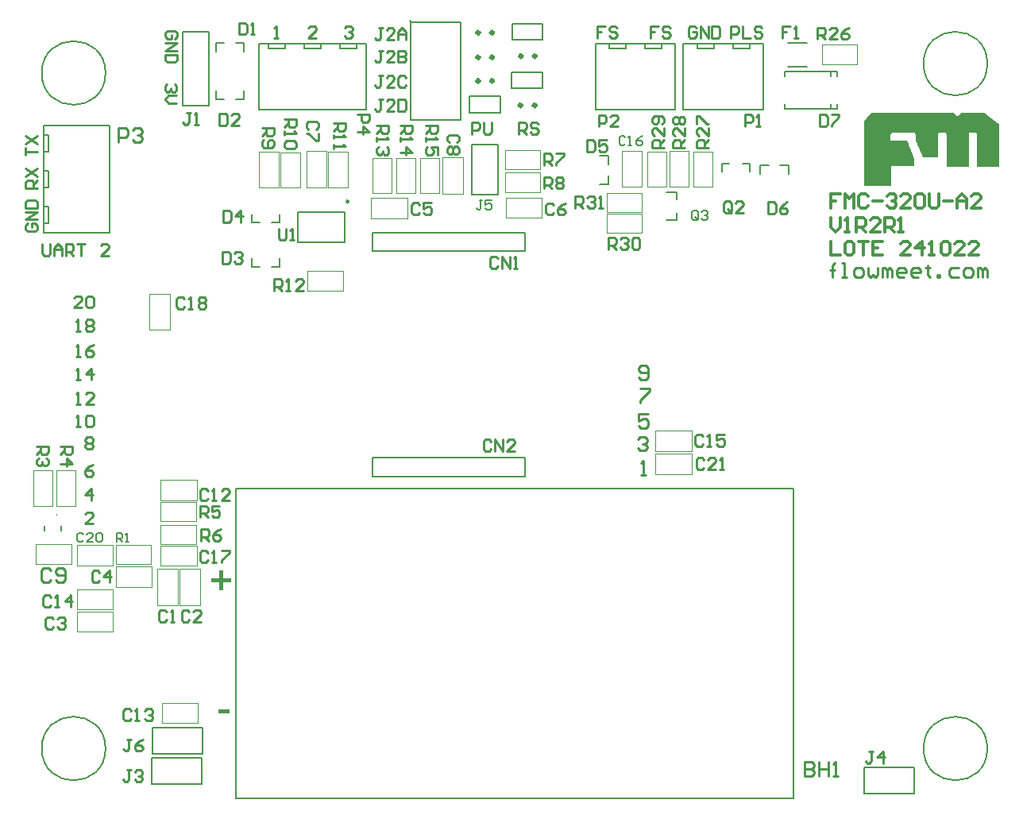
<source format=gto>
G04*
G04 #@! TF.GenerationSoftware,Altium Limited,Altium Designer,21.4.1 (30)*
G04*
G04 Layer_Color=65535*
%FSLAX44Y44*%
%MOMM*%
G71*
G04*
G04 #@! TF.SameCoordinates,C757E9F2-7087-4A76-99C7-233D7C25EA9E*
G04*
G04*
G04 #@! TF.FilePolarity,Positive*
G04*
G01*
G75*
%ADD10C,0.2000*%
%ADD11C,0.1000*%
%ADD12C,0.2500*%
%ADD13C,0.4000*%
%ADD14C,0.0500*%
%ADD15C,0.1500*%
%ADD16C,0.1524*%
%ADD17C,0.1270*%
%ADD18C,0.3000*%
%ADD19C,0.2540*%
G36*
X1031412Y736997D02*
X1031774D01*
Y736635D01*
X1032135D01*
Y736273D01*
X1032497D01*
Y735912D01*
X1033220D01*
Y735550D01*
X1033581D01*
Y735189D01*
X1033943D01*
Y734827D01*
X1034305D01*
Y734466D01*
X1035028D01*
Y734104D01*
X1035389D01*
Y733743D01*
X1035751D01*
Y733381D01*
X1036112D01*
Y733020D01*
X1036835D01*
Y732658D01*
X1037197D01*
Y732297D01*
X1037559D01*
Y731935D01*
X1037920D01*
Y731573D01*
X1038643D01*
Y731212D01*
X1039005D01*
Y730850D01*
X1039366D01*
Y730489D01*
X1040089D01*
Y730127D01*
X1040451D01*
Y729766D01*
X1040813D01*
Y729404D01*
X1041174D01*
Y729043D01*
X1041897D01*
Y728681D01*
X1042259D01*
Y728319D01*
X1042620D01*
Y727958D01*
X1042982D01*
Y727596D01*
X1043705D01*
Y727235D01*
X1044066D01*
Y726873D01*
X1044428D01*
Y726512D01*
X1044790D01*
Y726150D01*
X1045513D01*
Y725789D01*
X1045874D01*
Y725427D01*
X1046236D01*
Y725066D01*
X1046597D01*
Y680234D01*
X1023097D01*
Y714942D01*
X1022735D01*
Y715665D01*
X1022374D01*
Y716027D01*
X1022012D01*
Y716388D01*
X1021651D01*
Y716750D01*
X1015504D01*
Y716388D01*
X1015143D01*
Y716027D01*
X1014781D01*
Y715665D01*
X1014420D01*
Y715304D01*
X1014058D01*
Y679872D01*
X1013697D01*
Y680234D01*
X990558D01*
Y714942D01*
X990196D01*
Y715304D01*
X989835D01*
Y716027D01*
X989473D01*
Y716388D01*
X988750D01*
Y716750D01*
X982604D01*
Y716388D01*
X982242D01*
Y716027D01*
X981881D01*
Y715665D01*
X981519D01*
Y715304D01*
X981158D01*
Y690357D01*
X965249D01*
Y691080D01*
X964888D01*
Y691803D01*
X964526D01*
Y692888D01*
X964165D01*
Y693611D01*
X963803D01*
Y694334D01*
X963442D01*
Y695419D01*
X963080D01*
Y696142D01*
X962719D01*
Y696865D01*
X962357D01*
Y697950D01*
X961996D01*
Y698673D01*
X961634D01*
Y699757D01*
X961273D01*
Y700480D01*
X960911D01*
Y701204D01*
X960549D01*
Y702288D01*
X960188D01*
Y703011D01*
X959826D01*
Y703734D01*
X959465D01*
Y704819D01*
X959103D01*
Y705542D01*
X958742D01*
Y706265D01*
X958380D01*
Y707350D01*
X958019D01*
Y714581D01*
X957657D01*
Y714942D01*
X957296D01*
Y715304D01*
X956934D01*
Y715665D01*
X956572D01*
Y716027D01*
X956211D01*
Y716388D01*
X955849D01*
Y716750D01*
X932710D01*
Y716388D01*
X932349D01*
Y716027D01*
X931987D01*
Y715304D01*
X931626D01*
Y714942D01*
X931264D01*
Y714581D01*
X930903D01*
Y707711D01*
X948618D01*
Y707350D01*
X948980D01*
Y706265D01*
X949342D01*
Y705181D01*
X949703D01*
Y704457D01*
X950065D01*
Y703373D01*
X950426D01*
Y702288D01*
X950788D01*
Y701565D01*
X951149D01*
Y700480D01*
X951511D01*
Y699757D01*
X951872D01*
Y698673D01*
X952234D01*
Y697588D01*
X952595D01*
Y696865D01*
X952957D01*
Y695780D01*
X953318D01*
Y695057D01*
X953680D01*
Y693973D01*
X954042D01*
Y693250D01*
X954403D01*
Y692165D01*
X954765D01*
Y691080D01*
X955126D01*
Y690357D01*
X955488D01*
Y689273D01*
X955849D01*
Y688549D01*
X956211D01*
Y681319D01*
X955849D01*
Y680957D01*
X931264D01*
Y659626D01*
X903064D01*
Y729404D01*
X903425D01*
Y729766D01*
X903787D01*
Y730127D01*
X904148D01*
Y730489D01*
X904510D01*
Y730850D01*
X904871D01*
Y731212D01*
X905233D01*
Y731935D01*
X905594D01*
Y732297D01*
X905956D01*
Y732658D01*
X906318D01*
Y733020D01*
X906679D01*
Y733381D01*
X907041D01*
Y733743D01*
X907402D01*
Y734466D01*
X907764D01*
Y734827D01*
X908125D01*
Y735189D01*
X908487D01*
Y735550D01*
X908848D01*
Y735912D01*
X909210D01*
Y736273D01*
X909572D01*
Y736997D01*
X909933D01*
Y737358D01*
X998512D01*
Y736997D01*
X998873D01*
Y736635D01*
X999235D01*
Y736273D01*
X999596D01*
Y735912D01*
X999958D01*
Y735550D01*
X1000319D01*
Y735189D01*
X1000681D01*
Y734827D01*
X1001042D01*
Y734466D01*
X1001404D01*
Y734104D01*
X1001766D01*
Y733743D01*
X1002489D01*
Y734104D01*
X1002850D01*
Y734466D01*
X1003212D01*
Y734827D01*
X1003573D01*
Y735189D01*
X1003935D01*
Y735550D01*
X1004296D01*
Y735912D01*
X1004658D01*
Y736273D01*
X1005020D01*
Y736635D01*
X1005381D01*
Y736997D01*
X1005743D01*
Y737358D01*
X1031412D01*
Y736997D01*
D02*
G37*
G36*
X226301Y97383D02*
X214129D01*
Y101317D01*
X226301D01*
Y97383D01*
D02*
G37*
G36*
X219300Y241024D02*
X228000D01*
Y237368D01*
X219300D01*
Y228667D01*
X215597D01*
Y237368D01*
X206897D01*
Y241024D01*
X215597D01*
Y249817D01*
X219300D01*
Y241024D01*
D02*
G37*
D10*
X94000Y780000D02*
G03*
X94000Y780000I-34000J0D01*
G01*
Y60000D02*
G03*
X94000Y60000I-34000J0D01*
G01*
X1034000D02*
G03*
X1034000Y60000I-34000J0D01*
G01*
Y790000D02*
G03*
X1034000Y790000I-34000J0D01*
G01*
X46890Y292290D02*
Y297290D01*
X29230Y292250D02*
Y297250D01*
X419570Y729930D02*
X472910D01*
X419570Y834070D02*
X472910D01*
Y729930D02*
Y834070D01*
X419570Y729930D02*
Y834070D01*
X419740Y834000D02*
X419990D01*
X417990Y835750D02*
X419740Y834000D01*
X686685Y806000D02*
Y811000D01*
X668905Y806000D02*
X686685D01*
X668905D02*
Y811000D01*
X648585Y806000D02*
Y811000D01*
X630805Y806000D02*
X648585D01*
X630805D02*
Y811000D01*
X639712D02*
X677787D01*
X616200D02*
X639712D01*
X677787D02*
X701200D01*
X616200Y741000D02*
X701200D01*
Y811000D01*
X616200Y741000D02*
Y811000D01*
X28250Y609550D02*
Y723750D01*
Y619680D02*
X33250D01*
Y637460D01*
X28250D02*
X33250D01*
X28250Y657780D02*
X33250D01*
Y675560D01*
X28250D02*
X33250D01*
X28250Y695880D02*
X33250D01*
Y713660D01*
X28250D02*
X33250D01*
X98250Y609550D02*
Y723750D01*
X28250D02*
X98250D01*
X28880Y609550D02*
X98250D01*
X232600Y6643D02*
Y337243D01*
Y6643D02*
X827701D01*
X232600Y337243D02*
X827701D01*
Y6643D02*
Y337243D01*
X143780Y54530D02*
Y82470D01*
X197120D01*
Y54530D02*
Y82470D01*
X143780Y54530D02*
X197120D01*
X143630Y21780D02*
Y49720D01*
X196970D01*
Y21780D02*
Y49720D01*
X143630Y21780D02*
X196970D01*
X204220Y745380D02*
Y824120D01*
X176280D02*
X204220D01*
X176280Y745380D02*
Y824120D01*
Y745380D02*
X204220D01*
X257650Y741000D02*
Y810370D01*
X371850Y741000D02*
Y811000D01*
X257650Y741000D02*
X371850D01*
X361760Y806000D02*
Y811000D01*
X343980Y806000D02*
X361760D01*
X343980D02*
Y811000D01*
X323660Y806000D02*
Y811000D01*
X305880Y806000D02*
X323660D01*
X305880D02*
Y811000D01*
X285560Y806000D02*
Y811000D01*
X267780Y806000D02*
X285560D01*
X267780D02*
Y811000D01*
X257650D02*
X371850D01*
X378500Y370000D02*
X541500Y370000D01*
X378500Y350000D02*
Y370000D01*
Y350000D02*
X541500D01*
Y370000D01*
Y590000D02*
Y610000D01*
X378500Y590000D02*
X541500D01*
X378500D02*
Y610000D01*
X541500Y610000D01*
X902573Y11598D02*
X955913D01*
Y39538D01*
X902573D02*
X955913D01*
X902573Y11598D02*
Y39538D01*
X484780Y650580D02*
Y703920D01*
Y650580D02*
X512720D01*
Y703920D01*
X484780D02*
X512720D01*
X780485Y806000D02*
Y811000D01*
X762705Y806000D02*
X780485D01*
X762705D02*
Y811000D01*
X742385Y806000D02*
Y811000D01*
X724605Y806000D02*
X742385D01*
X724605D02*
Y811000D01*
X733512D02*
X771588D01*
X710000D02*
X733512D01*
X771588D02*
X795000D01*
X710000Y741000D02*
X795000D01*
Y811000D01*
X710000Y741000D02*
Y811000D01*
X299280Y631640D02*
X349280D01*
X299280Y599640D02*
X349280D01*
Y631640D01*
X299280Y599640D02*
Y631640D01*
X817800Y781650D02*
X873800D01*
X817800Y741650D02*
X873800D01*
X817800Y776650D02*
Y781650D01*
X873800Y776650D02*
Y781650D01*
X817800Y741650D02*
Y746650D01*
X873800Y741650D02*
Y746650D01*
X866800Y776650D02*
Y781650D01*
Y741650D02*
Y746650D01*
X559654Y763875D02*
Y781125D01*
X527154D02*
X559654D01*
X527154Y763875D02*
X559654D01*
X559904Y815125D02*
Y832375D01*
X527404D02*
X559904D01*
X527404Y815125D02*
X559904D01*
X527404D02*
Y832375D01*
X527154Y763875D02*
Y781125D01*
X514500Y737750D02*
Y755000D01*
X482000D02*
X514500D01*
X482000Y737750D02*
Y755000D01*
Y737750D02*
X514500D01*
X495834Y644498D02*
X492502D01*
X494168D01*
Y636168D01*
X492502Y634502D01*
X490835D01*
X489169Y636168D01*
X505831Y644498D02*
X499166D01*
Y639500D01*
X502498Y641166D01*
X504165D01*
X505831Y639500D01*
Y636168D01*
X504165Y634502D01*
X500832D01*
X499166Y636168D01*
X70335Y288332D02*
X68669Y289998D01*
X65337D01*
X63671Y288332D01*
Y281668D01*
X65337Y280002D01*
X68669D01*
X70335Y281668D01*
X80332Y280002D02*
X73668D01*
X80332Y286666D01*
Y288332D01*
X78666Y289998D01*
X75334D01*
X73668Y288332D01*
X83665D02*
X85331Y289998D01*
X88663D01*
X90329Y288332D01*
Y281668D01*
X88663Y280002D01*
X85331D01*
X83665Y281668D01*
Y288332D01*
X648208Y711152D02*
X646542Y712818D01*
X643210D01*
X641544Y711152D01*
Y704488D01*
X643210Y702822D01*
X646542D01*
X648208Y704488D01*
X651541Y702822D02*
X654873D01*
X653207D01*
Y712818D01*
X651541Y711152D01*
X666536Y712818D02*
X663204Y711152D01*
X659872Y707820D01*
Y704488D01*
X661538Y702822D01*
X664870D01*
X666536Y704488D01*
Y706154D01*
X664870Y707820D01*
X659872D01*
X105585Y280002D02*
Y289998D01*
X110584D01*
X112250Y288332D01*
Y285000D01*
X110584Y283334D01*
X105585D01*
X108918D02*
X112250Y280002D01*
X115582D02*
X118914D01*
X117248D01*
Y289998D01*
X115582Y288332D01*
X725874Y624738D02*
Y631402D01*
X724208Y633068D01*
X720875D01*
X719209Y631402D01*
Y624738D01*
X720875Y623072D01*
X724208D01*
X722542Y626404D02*
X725874Y623072D01*
X724208D02*
X725874Y624738D01*
X729206Y631402D02*
X730872Y633068D01*
X734204D01*
X735871Y631402D01*
Y629736D01*
X734204Y628070D01*
X732538D01*
X734204D01*
X735871Y626404D01*
Y624738D01*
X734204Y623072D01*
X730872D01*
X729206Y624738D01*
D11*
X42000Y308750D02*
G03*
X42000Y309750I0J500D01*
G01*
D02*
G03*
X42000Y308750I0J-500D01*
G01*
D12*
X353080Y642890D02*
G03*
X353080Y642890I-1250J0D01*
G01*
X760500Y817500D02*
Y829996D01*
X766748D01*
X768831Y827913D01*
Y823748D01*
X766748Y821665D01*
X760500D01*
X772996Y829996D02*
Y817500D01*
X781327D01*
X793822Y827913D02*
X791740Y829996D01*
X787574D01*
X785492Y827913D01*
Y825831D01*
X787574Y823748D01*
X791740D01*
X793822Y821665D01*
Y819583D01*
X791740Y817500D01*
X787574D01*
X785492Y819583D01*
X10837Y619581D02*
X8754Y617498D01*
Y613333D01*
X10837Y611250D01*
X19167D01*
X21250Y613333D01*
Y617498D01*
X19167Y619581D01*
X15002D01*
Y615415D01*
X21250Y623746D02*
X8754D01*
X21250Y632077D01*
X8754D01*
Y636242D02*
X21250D01*
Y642490D01*
X19167Y644573D01*
X10837D01*
X8754Y642490D01*
Y636242D01*
X26500Y597996D02*
Y587583D01*
X28583Y585500D01*
X32748D01*
X34831Y587583D01*
Y597996D01*
X38996Y585500D02*
Y593831D01*
X43161Y597996D01*
X47327Y593831D01*
Y585500D01*
Y591748D01*
X38996D01*
X51492Y585500D02*
Y597996D01*
X57740D01*
X59823Y595913D01*
Y591748D01*
X57740Y589665D01*
X51492D01*
X55657D02*
X59823Y585500D01*
X63988Y597996D02*
X72319D01*
X68153D01*
Y585500D01*
X97310D02*
X88980D01*
X97310Y593831D01*
Y595913D01*
X95228Y597996D01*
X91062D01*
X88980Y595913D01*
X626831Y829996D02*
X618500D01*
Y823748D01*
X622665D01*
X618500D01*
Y817500D01*
X639327Y827913D02*
X637244Y829996D01*
X633079D01*
X630996Y827913D01*
Y825831D01*
X633079Y823748D01*
X637244D01*
X639327Y821665D01*
Y819583D01*
X637244Y817500D01*
X633079D01*
X630996Y819583D01*
X683331Y829996D02*
X675000D01*
Y823748D01*
X679165D01*
X675000D01*
Y817500D01*
X695827Y827913D02*
X693744Y829996D01*
X689579D01*
X687496Y827913D01*
Y825831D01*
X689579Y823748D01*
X693744D01*
X695827Y821665D01*
Y819583D01*
X693744Y817500D01*
X689579D01*
X687496Y819583D01*
X723831Y827913D02*
X721748Y829996D01*
X717583D01*
X715500Y827913D01*
Y819583D01*
X717583Y817500D01*
X721748D01*
X723831Y819583D01*
Y823748D01*
X719665D01*
X727996Y817500D02*
Y829996D01*
X736327Y817500D01*
Y829996D01*
X740492D02*
Y817500D01*
X746740D01*
X748822Y819583D01*
Y827913D01*
X746740Y829996D01*
X740492D01*
X8754Y692250D02*
Y700581D01*
Y696415D01*
X21250D01*
X8754Y704746D02*
X21250Y713077D01*
X8754D02*
X21250Y704746D01*
X389282Y751996D02*
X385116D01*
X387199D01*
Y741583D01*
X385116Y739500D01*
X383033D01*
X380951Y741583D01*
X401777Y739500D02*
X393447D01*
X401777Y747831D01*
Y749913D01*
X399695Y751996D01*
X395530D01*
X393447Y749913D01*
X405943Y751996D02*
Y739500D01*
X412191D01*
X414273Y741583D01*
Y749913D01*
X412191Y751996D01*
X405943D01*
X389282Y777246D02*
X385116D01*
X387199D01*
Y766833D01*
X385116Y764750D01*
X383033D01*
X380951Y766833D01*
X401777Y764750D02*
X393447D01*
X401777Y773081D01*
Y775163D01*
X399695Y777246D01*
X395530D01*
X393447Y775163D01*
X414273D02*
X412191Y777246D01*
X408025D01*
X405943Y775163D01*
Y766833D01*
X408025Y764750D01*
X412191D01*
X414273Y766833D01*
X389282Y803956D02*
X385116D01*
X387199D01*
Y793542D01*
X385116Y791460D01*
X383033D01*
X380951Y793542D01*
X401777Y791460D02*
X393447D01*
X401777Y799790D01*
Y801873D01*
X399695Y803956D01*
X395530D01*
X393447Y801873D01*
X405943Y803956D02*
Y791460D01*
X412191D01*
X414273Y793542D01*
Y795625D01*
X412191Y797708D01*
X405943D01*
X412191D01*
X414273Y799790D01*
Y801873D01*
X412191Y803956D01*
X405943D01*
X389282Y827956D02*
X385116D01*
X387199D01*
Y817542D01*
X385116Y815460D01*
X383033D01*
X380951Y817542D01*
X401777Y815460D02*
X393447D01*
X401777Y823791D01*
Y825873D01*
X399695Y827956D01*
X395530D01*
X393447Y825873D01*
X405943Y815460D02*
Y823791D01*
X410108Y827956D01*
X414273Y823791D01*
Y815460D01*
Y821708D01*
X405943D01*
X167663Y768250D02*
X169746Y766167D01*
Y762002D01*
X167663Y759919D01*
X165581D01*
X163498Y762002D01*
Y764085D01*
Y762002D01*
X161415Y759919D01*
X159333D01*
X157250Y762002D01*
Y766167D01*
X159333Y768250D01*
X169746Y755754D02*
X161415D01*
X157250Y751589D01*
X161415Y747423D01*
X169746D01*
X168163Y816419D02*
X170246Y818502D01*
Y822667D01*
X168163Y824750D01*
X159833D01*
X157750Y822667D01*
Y818502D01*
X159833Y816419D01*
X163998D01*
Y820585D01*
X157750Y812254D02*
X170246D01*
X157750Y803923D01*
X170246D01*
Y799758D02*
X157750D01*
Y793510D01*
X159833Y791428D01*
X168163D01*
X170246Y793510D01*
Y799758D01*
X80831Y299500D02*
X72500D01*
X80831Y307831D01*
Y309913D01*
X78748Y311996D01*
X74583D01*
X72500Y309913D01*
X78748Y324250D02*
Y336746D01*
X72500Y330498D01*
X80831D01*
Y362496D02*
X76665Y360413D01*
X72500Y356248D01*
Y352083D01*
X74583Y350000D01*
X78748D01*
X80831Y352083D01*
Y354165D01*
X78748Y356248D01*
X72500D01*
X62500Y402750D02*
X66665D01*
X64583D01*
Y415246D01*
X62500Y413163D01*
X72913D02*
X74996Y415246D01*
X79161D01*
X81244Y413163D01*
Y404833D01*
X79161Y402750D01*
X74996D01*
X72913Y404833D01*
Y413163D01*
X62500Y427000D02*
X66665D01*
X64583D01*
Y439496D01*
X62500Y437413D01*
X81244Y427000D02*
X72913D01*
X81244Y435331D01*
Y437413D01*
X79161Y439496D01*
X74996D01*
X72913Y437413D01*
X62500Y478000D02*
X66665D01*
X64583D01*
Y490496D01*
X62500Y488413D01*
X81244Y490496D02*
X77079Y488413D01*
X72913Y484248D01*
Y480083D01*
X74996Y478000D01*
X79161D01*
X81244Y480083D01*
Y482165D01*
X79161Y484248D01*
X72913D01*
X62500Y504500D02*
X66665D01*
X64583D01*
Y516996D01*
X62500Y514913D01*
X72913D02*
X74996Y516996D01*
X79161D01*
X81244Y514913D01*
Y512831D01*
X79161Y510748D01*
X81244Y508665D01*
Y506583D01*
X79161Y504500D01*
X74996D01*
X72913Y506583D01*
Y508665D01*
X74996Y510748D01*
X72913Y512831D01*
Y514913D01*
X74996Y510748D02*
X79161D01*
X68831Y529750D02*
X60500D01*
X68831Y538081D01*
Y540163D01*
X66748Y542246D01*
X62583D01*
X60500Y540163D01*
X72996D02*
X75079Y542246D01*
X79244D01*
X81327Y540163D01*
Y531833D01*
X79244Y529750D01*
X75079D01*
X72996Y531833D01*
Y540163D01*
X62500Y452750D02*
X66665D01*
X64583D01*
Y465246D01*
X62500Y463163D01*
X79161Y452750D02*
Y465246D01*
X72913Y458998D01*
X81244D01*
X72500Y389663D02*
X74583Y391746D01*
X78748D01*
X80831Y389663D01*
Y387581D01*
X78748Y385498D01*
X80831Y383415D01*
Y381333D01*
X78748Y379250D01*
X74583D01*
X72500Y381333D01*
Y383415D01*
X74583Y385498D01*
X72500Y387581D01*
Y389663D01*
X74583Y385498D02*
X78748D01*
X21250Y657500D02*
X8754D01*
Y663748D01*
X10837Y665831D01*
X15002D01*
X17085Y663748D01*
Y657500D01*
Y661665D02*
X21250Y665831D01*
X8754Y669996D02*
X21250Y678327D01*
X8754D02*
X21250Y669996D01*
X349000Y827913D02*
X351083Y829996D01*
X355248D01*
X357331Y827913D01*
Y825831D01*
X355248Y823748D01*
X353165D01*
X355248D01*
X357331Y821665D01*
Y819583D01*
X355248Y817500D01*
X351083D01*
X349000Y819583D01*
X318581Y817500D02*
X310250D01*
X318581Y825831D01*
Y827913D01*
X316498Y829996D01*
X312333D01*
X310250Y827913D01*
X274000Y817500D02*
X278165D01*
X276083D01*
Y829996D01*
X274000Y827913D01*
X484500Y715000D02*
Y727496D01*
X490748D01*
X492831Y725413D01*
Y721248D01*
X490748Y719165D01*
X484500D01*
X496996Y727496D02*
Y717083D01*
X499079Y715000D01*
X503244D01*
X505327Y717083D01*
Y727496D01*
X534484Y715000D02*
Y727496D01*
X540732D01*
X542814Y725413D01*
Y721248D01*
X540732Y719165D01*
X534484D01*
X538649D02*
X542814Y715000D01*
X555310Y725413D02*
X553228Y727496D01*
X549062D01*
X546980Y725413D01*
Y723331D01*
X549062Y721248D01*
X553228D01*
X555310Y719165D01*
Y717083D01*
X553228Y715000D01*
X549062D01*
X546980Y717083D01*
X46002Y381663D02*
X58498D01*
Y375415D01*
X56415Y373333D01*
X52250D01*
X50167Y375415D01*
Y381663D01*
Y377498D02*
X46002Y373333D01*
Y362919D02*
X58498D01*
X52250Y369167D01*
Y360837D01*
X20502Y382163D02*
X32998D01*
Y375915D01*
X30915Y373833D01*
X26750D01*
X24667Y375915D01*
Y382163D01*
Y377998D02*
X20502Y373833D01*
X30915Y369667D02*
X32998Y367585D01*
Y363419D01*
X30915Y361337D01*
X28833D01*
X26750Y363419D01*
Y365502D01*
Y363419D01*
X24667Y361337D01*
X22585D01*
X20502Y363419D01*
Y367585D01*
X22585Y369667D01*
X362502Y735913D02*
X374998D01*
Y729665D01*
X372915Y727583D01*
X368750D01*
X366667Y729665D01*
Y735913D01*
X362502Y717169D02*
X374998D01*
X368750Y723417D01*
Y715087D01*
X594921Y636322D02*
Y648818D01*
X601169D01*
X603252Y646735D01*
Y642570D01*
X601169Y640487D01*
X594921D01*
X599087D02*
X603252Y636322D01*
X607417Y646735D02*
X609500Y648818D01*
X613665D01*
X615748Y646735D01*
Y644653D01*
X613665Y642570D01*
X611583D01*
X613665D01*
X615748Y640487D01*
Y638405D01*
X613665Y636322D01*
X609500D01*
X607417Y638405D01*
X619913Y636322D02*
X624079D01*
X621996D01*
Y648818D01*
X619913Y646735D01*
X512252Y582415D02*
X510169Y584498D01*
X506004D01*
X503921Y582415D01*
Y574085D01*
X506004Y572002D01*
X510169D01*
X512252Y574085D01*
X516417Y572002D02*
Y584498D01*
X524748Y572002D01*
Y584498D01*
X528913Y572002D02*
X533079D01*
X530996D01*
Y584498D01*
X528913Y582415D01*
X218517Y589538D02*
Y577042D01*
X224765D01*
X226847Y579125D01*
Y587455D01*
X224765Y589538D01*
X218517D01*
X231013Y587455D02*
X233095Y589538D01*
X237261D01*
X239343Y587455D01*
Y585373D01*
X237261Y583290D01*
X235178D01*
X237261D01*
X239343Y581207D01*
Y579125D01*
X237261Y577042D01*
X233095D01*
X231013Y579125D01*
X278349Y614288D02*
Y603875D01*
X280432Y601792D01*
X284597D01*
X286680Y603875D01*
Y614288D01*
X290845Y601792D02*
X295011D01*
X292928D01*
Y614288D01*
X290845Y612205D01*
X273880Y547862D02*
Y560358D01*
X280128D01*
X282211Y558275D01*
Y554110D01*
X280128Y552027D01*
X273880D01*
X278045D02*
X282211Y547862D01*
X286376D02*
X290541D01*
X288459D01*
Y560358D01*
X286376Y558275D01*
X305120Y547862D02*
X296789D01*
X305120Y556193D01*
Y558275D01*
X303037Y560358D01*
X298872D01*
X296789Y558275D01*
X561337Y656752D02*
Y669248D01*
X567585D01*
X569667Y667165D01*
Y663000D01*
X567585Y660917D01*
X561337D01*
X565502D02*
X569667Y656752D01*
X573833Y667165D02*
X575915Y669248D01*
X580081D01*
X582163Y667165D01*
Y665083D01*
X580081Y663000D01*
X582163Y660917D01*
Y658835D01*
X580081Y656752D01*
X575915D01*
X573833Y658835D01*
Y660917D01*
X575915Y663000D01*
X573833Y665083D01*
Y667165D01*
X575915Y663000D02*
X580081D01*
X561587Y681752D02*
Y694248D01*
X567835D01*
X569917Y692165D01*
Y688000D01*
X567835Y685917D01*
X561587D01*
X565752D02*
X569917Y681752D01*
X574083Y694248D02*
X582413D01*
Y692165D01*
X574083Y683835D01*
Y681752D01*
X219517Y633538D02*
Y621042D01*
X225765D01*
X227847Y623125D01*
Y631455D01*
X225765Y633538D01*
X219517D01*
X238261Y621042D02*
Y633538D01*
X232013Y627290D01*
X240343D01*
X571667Y639165D02*
X569585Y641248D01*
X565419D01*
X563337Y639165D01*
Y630835D01*
X565419Y628752D01*
X569585D01*
X571667Y630835D01*
X584163Y641248D02*
X579998Y639165D01*
X575833Y635000D01*
Y630835D01*
X577915Y628752D01*
X582081D01*
X584163Y630835D01*
Y632917D01*
X582081Y635000D01*
X575833D01*
X428817Y639415D02*
X426735Y641498D01*
X422569D01*
X420487Y639415D01*
Y631085D01*
X422569Y629002D01*
X426735D01*
X428817Y631085D01*
X441313Y641498D02*
X432983D01*
Y635250D01*
X437148Y637333D01*
X439231D01*
X441313Y635250D01*
Y631085D01*
X439231Y629002D01*
X435065D01*
X432983Y631085D01*
X121167Y69748D02*
X117002D01*
X119085D01*
Y59335D01*
X117002Y57252D01*
X114919D01*
X112837Y59335D01*
X133663Y69748D02*
X129498Y67665D01*
X125333Y63500D01*
Y59335D01*
X127415Y57252D01*
X131581D01*
X133663Y59335D01*
Y61417D01*
X131581Y63500D01*
X125333D01*
X121211Y100165D02*
X119128Y102248D01*
X114963D01*
X112880Y100165D01*
Y91835D01*
X114963Y89752D01*
X119128D01*
X121211Y91835D01*
X125376Y89752D02*
X129541D01*
X127459D01*
Y102248D01*
X125376Y100165D01*
X135789D02*
X137872Y102248D01*
X142037D01*
X144120Y100165D01*
Y98083D01*
X142037Y96000D01*
X139955D01*
X142037D01*
X144120Y93917D01*
Y91835D01*
X142037Y89752D01*
X137872D01*
X135789Y91835D01*
X178211Y539165D02*
X176128Y541248D01*
X171963D01*
X169880Y539165D01*
Y530835D01*
X171963Y528752D01*
X176128D01*
X178211Y530835D01*
X182376Y528752D02*
X186541D01*
X184459D01*
Y541248D01*
X182376Y539165D01*
X192789D02*
X194872Y541248D01*
X199037D01*
X201120Y539165D01*
Y537083D01*
X199037Y535000D01*
X201120Y532917D01*
Y530835D01*
X199037Y528752D01*
X194872D01*
X192789Y530835D01*
Y532917D01*
X194872Y535000D01*
X192789Y537083D01*
Y539165D01*
X194872Y535000D02*
X199037D01*
X505169Y387415D02*
X503087Y389498D01*
X498921D01*
X496839Y387415D01*
Y379085D01*
X498921Y377002D01*
X503087D01*
X505169Y379085D01*
X509335Y377002D02*
Y389498D01*
X517665Y377002D01*
Y389498D01*
X530161Y377002D02*
X521831D01*
X530161Y385333D01*
Y387415D01*
X528079Y389498D01*
X523913D01*
X521831Y387415D01*
X732002Y367665D02*
X729919Y369748D01*
X725754D01*
X723671Y367665D01*
Y359335D01*
X725754Y357252D01*
X729919D01*
X732002Y359335D01*
X744498Y357252D02*
X736167D01*
X744498Y365583D01*
Y367665D01*
X742415Y369748D01*
X738250D01*
X736167Y367665D01*
X748663Y357252D02*
X752829D01*
X750746D01*
Y369748D01*
X748663Y367665D01*
X619587Y722752D02*
Y735248D01*
X625835D01*
X627917Y733165D01*
Y729000D01*
X625835Y726917D01*
X619587D01*
X640413Y722752D02*
X632083D01*
X640413Y731083D01*
Y733165D01*
X638331Y735248D01*
X634165D01*
X632083Y733165D01*
X775419Y723002D02*
Y735498D01*
X781667D01*
X783750Y733415D01*
Y729250D01*
X781667Y727167D01*
X775419D01*
X787915Y723002D02*
X792081D01*
X789998D01*
Y735498D01*
X787915Y733415D01*
X203211Y268915D02*
X201128Y270998D01*
X196963D01*
X194880Y268915D01*
Y260585D01*
X196963Y258502D01*
X201128D01*
X203211Y260585D01*
X207376Y258502D02*
X211541D01*
X209459D01*
Y270998D01*
X207376Y268915D01*
X217789Y270998D02*
X226120D01*
Y268915D01*
X217789Y260585D01*
Y258502D01*
X730961Y392665D02*
X728878Y394748D01*
X724713D01*
X722630Y392665D01*
Y384335D01*
X724713Y382252D01*
X728878D01*
X730961Y384335D01*
X735126Y382252D02*
X739291D01*
X737209D01*
Y394748D01*
X735126Y392665D01*
X753870Y394748D02*
X745539D01*
Y388500D01*
X749705Y390583D01*
X751787D01*
X753870Y388500D01*
Y384335D01*
X751787Y382252D01*
X747622D01*
X745539Y384335D01*
X35961Y221165D02*
X33878Y223248D01*
X29713D01*
X27630Y221165D01*
Y212835D01*
X29713Y210752D01*
X33878D01*
X35961Y212835D01*
X40126Y210752D02*
X44291D01*
X42209D01*
Y223248D01*
X40126Y221165D01*
X56787Y210752D02*
Y223248D01*
X50539Y217000D01*
X58870D01*
X383252Y724120D02*
X395748D01*
Y717872D01*
X393665Y715789D01*
X389500D01*
X387417Y717872D01*
Y724120D01*
Y719955D02*
X383252Y715789D01*
Y711624D02*
Y707459D01*
Y709541D01*
X395748D01*
X393665Y711624D01*
Y701211D02*
X395748Y699128D01*
Y694963D01*
X393665Y692880D01*
X391583D01*
X389500Y694963D01*
Y697045D01*
Y694963D01*
X387417Y692880D01*
X385335D01*
X383252Y694963D01*
Y699128D01*
X385335Y701211D01*
X184750Y737748D02*
X180585D01*
X182667D01*
Y727335D01*
X180585Y725252D01*
X178502D01*
X176419Y727335D01*
X188915Y725252D02*
X193081D01*
X190998D01*
Y737748D01*
X188915Y735665D01*
X912361Y56816D02*
X908195D01*
X910278D01*
Y46402D01*
X908195Y44320D01*
X906113D01*
X904030Y46402D01*
X922774Y44320D02*
Y56816D01*
X916526Y50568D01*
X924857D01*
X711498Y700339D02*
X699002D01*
Y706587D01*
X701085Y708669D01*
X705250D01*
X707333Y706587D01*
Y700339D01*
Y704504D02*
X711498Y708669D01*
Y721165D02*
Y712835D01*
X703167Y721165D01*
X701085D01*
X699002Y719083D01*
Y714917D01*
X701085Y712835D01*
Y725331D02*
X699002Y727413D01*
Y731579D01*
X701085Y733661D01*
X703167D01*
X705250Y731579D01*
X707333Y733661D01*
X709415D01*
X711498Y731579D01*
Y727413D01*
X709415Y725331D01*
X707333D01*
X705250Y727413D01*
X703167Y725331D01*
X701085D01*
X705250Y727413D02*
Y731579D01*
X853089Y816002D02*
Y828498D01*
X859337D01*
X861419Y826415D01*
Y822250D01*
X859337Y820167D01*
X853089D01*
X857254D02*
X861419Y816002D01*
X873915D02*
X865585D01*
X873915Y824333D01*
Y826415D01*
X871833Y828498D01*
X867667D01*
X865585Y826415D01*
X886411Y828498D02*
X882246Y826415D01*
X878081Y822250D01*
Y818085D01*
X880163Y816002D01*
X884329D01*
X886411Y818085D01*
Y820167D01*
X884329Y822250D01*
X878081D01*
X689288Y700659D02*
X676792D01*
Y706907D01*
X678875Y708989D01*
X683040D01*
X685123Y706907D01*
Y700659D01*
Y704824D02*
X689288Y708989D01*
Y721485D02*
Y713155D01*
X680957Y721485D01*
X678875D01*
X676792Y719403D01*
Y715237D01*
X678875Y713155D01*
X687205Y725651D02*
X689288Y727733D01*
Y731899D01*
X687205Y733981D01*
X678875D01*
X676792Y731899D01*
Y727733D01*
X678875Y725651D01*
X680957D01*
X683040Y727733D01*
Y733981D01*
X736788Y700659D02*
X724292D01*
Y706907D01*
X726375Y708989D01*
X730540D01*
X732623Y706907D01*
Y700659D01*
Y704824D02*
X736788Y708989D01*
Y721485D02*
Y713155D01*
X728457Y721485D01*
X726375D01*
X724292Y719403D01*
Y715237D01*
X726375Y713155D01*
X724292Y725651D02*
Y733981D01*
X726375D01*
X734705Y725651D01*
X736788D01*
X630089Y592252D02*
Y604748D01*
X636337D01*
X638419Y602665D01*
Y598500D01*
X636337Y596417D01*
X630089D01*
X634254D02*
X638419Y592252D01*
X642585Y602665D02*
X644667Y604748D01*
X648833D01*
X650915Y602665D01*
Y600583D01*
X648833Y598500D01*
X646750D01*
X648833D01*
X650915Y596417D01*
Y594335D01*
X648833Y592252D01*
X644667D01*
X642585Y594335D01*
X655081Y602665D02*
X657163Y604748D01*
X661329D01*
X663411Y602665D01*
Y594335D01*
X661329Y592252D01*
X657163D01*
X655081Y594335D01*
Y602665D01*
X761207Y632905D02*
Y641235D01*
X759125Y643318D01*
X754959D01*
X752877Y641235D01*
Y632905D01*
X754959Y630822D01*
X759125D01*
X757042Y634987D02*
X761207Y630822D01*
X759125D02*
X761207Y632905D01*
X773703Y630822D02*
X765373D01*
X773703Y639153D01*
Y641235D01*
X771621Y643318D01*
X767455D01*
X765373Y641235D01*
X823750Y829748D02*
X815419D01*
Y823500D01*
X819585D01*
X815419D01*
Y817252D01*
X827915D02*
X832081D01*
X829998D01*
Y829748D01*
X827915Y827665D01*
X855087Y735498D02*
Y723002D01*
X861335D01*
X863417Y725085D01*
Y733415D01*
X861335Y735498D01*
X855087D01*
X867583D02*
X875913D01*
Y733415D01*
X867583Y725085D01*
Y723002D01*
X800127Y642318D02*
Y629822D01*
X806375D01*
X808457Y631905D01*
Y640235D01*
X806375Y642318D01*
X800127D01*
X820953D02*
X816788Y640235D01*
X812623Y636070D01*
Y631905D01*
X814705Y629822D01*
X818871D01*
X820953Y631905D01*
Y633987D01*
X818871Y636070D01*
X812623D01*
X607127Y708568D02*
Y696072D01*
X613375D01*
X615457Y698155D01*
Y706485D01*
X613375Y708568D01*
X607127D01*
X627953D02*
X619623D01*
Y702320D01*
X623788Y704403D01*
X625871D01*
X627953Y702320D01*
Y698155D01*
X625871Y696072D01*
X621705D01*
X619623Y698155D01*
X435252Y724120D02*
X447748D01*
Y717872D01*
X445665Y715789D01*
X441500D01*
X439417Y717872D01*
Y724120D01*
Y719955D02*
X435252Y715789D01*
Y711624D02*
Y707459D01*
Y709541D01*
X447748D01*
X445665Y711624D01*
X447748Y692880D02*
Y701211D01*
X441500D01*
X443583Y697045D01*
Y694963D01*
X441500Y692880D01*
X437335D01*
X435252Y694963D01*
Y699128D01*
X437335Y701211D01*
X408252Y724120D02*
X420748D01*
Y717872D01*
X418665Y715789D01*
X414500D01*
X412417Y717872D01*
Y724120D01*
Y719955D02*
X408252Y715789D01*
Y711624D02*
Y707459D01*
Y709541D01*
X420748D01*
X418665Y711624D01*
X408252Y694963D02*
X420748D01*
X414500Y701211D01*
Y692880D01*
X337122Y726727D02*
X349618D01*
Y720479D01*
X347535Y718397D01*
X343370D01*
X341287Y720479D01*
Y726727D01*
Y722562D02*
X337122Y718397D01*
Y714231D02*
Y710066D01*
Y712149D01*
X349618D01*
X347535Y714231D01*
X337122Y703818D02*
Y699653D01*
Y701735D01*
X349618D01*
X347535Y703818D01*
X284682Y730410D02*
X297178D01*
Y724162D01*
X295095Y722079D01*
X290930D01*
X288847Y724162D01*
Y730410D01*
Y726245D02*
X284682Y722079D01*
Y717914D02*
Y713749D01*
Y715831D01*
X297178D01*
X295095Y717914D01*
Y707501D02*
X297178Y705418D01*
Y701253D01*
X295095Y699170D01*
X286765D01*
X284682Y701253D01*
Y705418D01*
X286765Y707501D01*
X295095D01*
X260872Y721353D02*
X273368D01*
Y715105D01*
X271285Y713023D01*
X267120D01*
X265037Y715105D01*
Y721353D01*
Y717188D02*
X260872Y713023D01*
X262955Y708857D02*
X260872Y706775D01*
Y702609D01*
X262955Y700527D01*
X271285D01*
X273368Y702609D01*
Y706775D01*
X271285Y708857D01*
X269203D01*
X267120Y706775D01*
Y700527D01*
X195987Y281522D02*
Y294018D01*
X202235D01*
X204317Y291935D01*
Y287770D01*
X202235Y285687D01*
X195987D01*
X200152D02*
X204317Y281522D01*
X216813Y294018D02*
X212648Y291935D01*
X208483Y287770D01*
Y283605D01*
X210565Y281522D01*
X214731D01*
X216813Y283605D01*
Y285687D01*
X214731Y287770D01*
X208483D01*
X194797Y306252D02*
Y318748D01*
X201045D01*
X203127Y316665D01*
Y312500D01*
X201045Y310417D01*
X194797D01*
X198962D02*
X203127Y306252D01*
X215623Y318748D02*
X207293D01*
Y312500D01*
X211458Y314583D01*
X213541D01*
X215623Y312500D01*
Y308335D01*
X213541Y306252D01*
X209375D01*
X207293Y308335D01*
X215587Y736748D02*
Y724252D01*
X221835D01*
X223917Y726335D01*
Y734665D01*
X221835Y736748D01*
X215587D01*
X236413Y724252D02*
X228083D01*
X236413Y732583D01*
Y734665D01*
X234331Y736748D01*
X230165D01*
X228083Y734665D01*
X236169Y833498D02*
Y821002D01*
X242417D01*
X244500Y823085D01*
Y831415D01*
X242417Y833498D01*
X236169D01*
X248665Y821002D02*
X252831D01*
X250748D01*
Y833498D01*
X248665Y831415D01*
X120917Y37248D02*
X116752D01*
X118835D01*
Y26835D01*
X116752Y24752D01*
X114669D01*
X112587Y26835D01*
X125083Y35165D02*
X127165Y37248D01*
X131331D01*
X133413Y35165D01*
Y33083D01*
X131331Y31000D01*
X129248D01*
X131331D01*
X133413Y28917D01*
Y26835D01*
X131331Y24752D01*
X127165D01*
X125083Y26835D01*
X203211Y334665D02*
X201128Y336748D01*
X196963D01*
X194880Y334665D01*
Y326335D01*
X196963Y324252D01*
X201128D01*
X203211Y326335D01*
X207376Y324252D02*
X211541D01*
X209459D01*
Y336748D01*
X207376Y334665D01*
X226120Y324252D02*
X217789D01*
X226120Y332583D01*
Y334665D01*
X224037Y336748D01*
X219872D01*
X217789Y334665D01*
X468665Y705833D02*
X470748Y707915D01*
Y712081D01*
X468665Y714163D01*
X460335D01*
X458252Y712081D01*
Y707915D01*
X460335Y705833D01*
X468665Y701667D02*
X470748Y699585D01*
Y695419D01*
X468665Y693337D01*
X466583D01*
X464500Y695419D01*
X462417Y693337D01*
X460335D01*
X458252Y695419D01*
Y699585D01*
X460335Y701667D01*
X462417D01*
X464500Y699585D01*
X466583Y701667D01*
X468665D01*
X464500Y699585D02*
Y695419D01*
X318535Y720023D02*
X320618Y722105D01*
Y726271D01*
X318535Y728353D01*
X310205D01*
X308122Y726271D01*
Y722105D01*
X310205Y720023D01*
X320618Y715857D02*
Y707527D01*
X318535D01*
X310205Y715857D01*
X308122D01*
X87667Y247415D02*
X85585Y249498D01*
X81419D01*
X79337Y247415D01*
Y239085D01*
X81419Y237002D01*
X85585D01*
X87667Y239085D01*
X98081Y237002D02*
Y249498D01*
X91833Y243250D01*
X100163D01*
X38417Y197915D02*
X36335Y199998D01*
X32169D01*
X30087Y197915D01*
Y189585D01*
X32169Y187502D01*
X36335D01*
X38417Y189585D01*
X42583Y197915D02*
X44665Y199998D01*
X48831D01*
X50913Y197915D01*
Y195833D01*
X48831Y193750D01*
X46748D01*
X48831D01*
X50913Y191667D01*
Y189585D01*
X48831Y187502D01*
X44665D01*
X42583Y189585D01*
X183417Y205665D02*
X181335Y207748D01*
X177169D01*
X175087Y205665D01*
Y197335D01*
X177169Y195252D01*
X181335D01*
X183417Y197335D01*
X195913Y195252D02*
X187583D01*
X195913Y203583D01*
Y205665D01*
X193831Y207748D01*
X189665D01*
X187583Y205665D01*
X159000D02*
X156917Y207748D01*
X152752D01*
X150669Y205665D01*
Y197335D01*
X152752Y195252D01*
X156917D01*
X159000Y197335D01*
X163165Y195252D02*
X167331D01*
X165248D01*
Y207748D01*
X163165Y205665D01*
D13*
X537750Y745500D02*
G03*
X537750Y745500I-1346J0D01*
G01*
X552750D02*
G03*
X552750Y745500I-1346J0D01*
G01*
X538000Y798000D02*
G03*
X538000Y798000I-1346J0D01*
G01*
X553000D02*
G03*
X553000Y798000I-1346J0D01*
G01*
X507346Y796625D02*
G03*
X507346Y796625I-1346J0D01*
G01*
Y822875D02*
G03*
X507346Y822875I-1346J0D01*
G01*
X492346Y771625D02*
G03*
X492346Y771625I-1346J0D01*
G01*
X507346D02*
G03*
X507346Y771625I-1346J0D01*
G01*
X492346Y796625D02*
G03*
X492346Y796625I-1346J0D01*
G01*
Y822875D02*
G03*
X492346Y822875I-1346J0D01*
G01*
D14*
X308120Y696650D02*
X329620D01*
X308120Y658150D02*
Y696650D01*
X329620Y658150D02*
Y696650D01*
X308120Y658150D02*
X329620D01*
X720850Y658970D02*
Y696470D01*
Y658970D02*
X741350D01*
X720850Y696470D02*
X741350D01*
Y658970D02*
Y696470D01*
X715950Y659080D02*
Y696580D01*
X695450D02*
X715950D01*
X695450Y659080D02*
X715950D01*
X695450D02*
Y696580D01*
X691820Y658970D02*
Y696470D01*
X671320D02*
X691820D01*
X671320Y658970D02*
X691820D01*
X671320D02*
Y696470D01*
X644150Y658470D02*
X665650D01*
Y696970D01*
X644150Y658470D02*
Y696970D01*
X665650D01*
X154250Y87000D02*
Y108500D01*
Y87000D02*
X192750D01*
X154250Y108500D02*
X192750D01*
Y87000D02*
Y108500D01*
X152730Y324750D02*
Y346250D01*
Y324750D02*
X191230D01*
X152730Y346250D02*
X191230D01*
Y324750D02*
Y346250D01*
X152730Y277750D02*
X190230D01*
Y298250D01*
X152730Y277750D02*
Y298250D01*
X190230D01*
X152730Y322500D02*
X190230D01*
X152730Y302000D02*
Y322500D01*
X190230Y302000D02*
Y322500D01*
X152730Y302000D02*
X190230D01*
X628020Y631570D02*
X665520D01*
Y652070D01*
X628020Y631570D02*
Y652070D01*
X665520D01*
X19480Y256500D02*
Y278000D01*
Y256500D02*
X57980D01*
X19480Y278000D02*
X57980D01*
Y256500D02*
Y278000D01*
X63250Y184690D02*
Y206190D01*
Y184690D02*
X101750D01*
X63250Y206190D02*
X101750D01*
Y184690D02*
Y206190D01*
X143250Y232250D02*
Y253750D01*
X104750D02*
X143250D01*
X104750Y232250D02*
X143250D01*
X104750D02*
Y253750D01*
X63250Y255250D02*
Y276750D01*
Y255250D02*
X101750D01*
X63250Y276750D02*
X101750D01*
Y255250D02*
Y276750D01*
X102000Y208250D02*
Y229750D01*
X63500D02*
X102000D01*
X63500Y208250D02*
X102000D01*
X63500D02*
Y229750D01*
X37500Y318770D02*
Y356270D01*
X17000D02*
X37500D01*
X17000Y318770D02*
X37500D01*
X17000D02*
Y356270D01*
X41500Y318750D02*
Y356250D01*
Y318750D02*
X62000D01*
X41500Y356250D02*
X62000D01*
Y318750D02*
Y356250D01*
X105000Y256250D02*
X142500D01*
Y276750D01*
X105000Y256250D02*
Y276750D01*
X142500D01*
X149500Y212770D02*
X171000D01*
Y251270D01*
X149500Y212770D02*
Y251270D01*
X171000D01*
X173250Y251500D02*
X194750D01*
X173250Y213000D02*
Y251500D01*
X194750Y213000D02*
Y251500D01*
X173250Y213000D02*
X194750D01*
X152730Y255000D02*
Y276500D01*
Y255000D02*
X191230D01*
X152730Y276500D02*
X191230D01*
Y255000D02*
Y276500D01*
X141000Y544500D02*
X162500D01*
X141000Y506000D02*
Y544500D01*
X162500Y506000D02*
Y544500D01*
X141000Y506000D02*
X162500D01*
X278320Y658160D02*
Y695660D01*
X257820D02*
X278320D01*
X257820Y658160D02*
X278320D01*
X257820D02*
Y695660D01*
X301180Y658040D02*
Y695540D01*
X280680D02*
X301180D01*
X280680Y658040D02*
X301180D01*
X280680D02*
Y695540D01*
X309410Y568790D02*
X346910D01*
X309410Y548290D02*
Y568790D01*
X346910Y548290D02*
Y568790D01*
X309410Y548290D02*
X346910D01*
X377230Y625250D02*
Y646750D01*
Y625250D02*
X415730D01*
X377230Y646750D02*
X415730D01*
Y625250D02*
Y646750D01*
X404240Y651810D02*
Y689310D01*
Y651810D02*
X424740D01*
X404240Y689310D02*
X424740D01*
Y651810D02*
Y689310D01*
X399340Y651810D02*
Y689310D01*
X378840D02*
X399340D01*
X378840Y651810D02*
X399340D01*
X378840D02*
Y689310D01*
X429640Y651810D02*
Y689310D01*
Y651810D02*
X450140D01*
X429640Y689310D02*
X450140D01*
Y651810D02*
Y689310D01*
X559010Y625740D02*
Y647240D01*
X520510D02*
X559010D01*
X520510Y625740D02*
X559010D01*
X520510D02*
Y647240D01*
X519970Y653300D02*
X557470D01*
Y673800D01*
X519970Y653300D02*
Y673800D01*
X557470D01*
X453270Y651310D02*
X474770D01*
Y689810D01*
X453270Y651310D02*
Y689810D01*
X474770D01*
X331480Y658270D02*
Y695770D01*
Y658270D02*
X351980D01*
X331480Y695770D02*
X351980D01*
Y658270D02*
Y695770D01*
X519750Y677250D02*
X557250D01*
Y697750D01*
X519750Y677250D02*
Y697750D01*
X557250D01*
X628020Y629820D02*
X665520D01*
X628020Y609320D02*
Y629820D01*
X665520Y609320D02*
Y629820D01*
X628020Y609320D02*
X665520D01*
X680270Y352500D02*
Y374000D01*
Y352500D02*
X718770D01*
X680270Y374000D02*
X718770D01*
Y352500D02*
Y374000D01*
Y377000D02*
Y398500D01*
X680270D02*
X718770D01*
X680270Y377000D02*
X718770D01*
X680270D02*
Y398500D01*
X857530Y810000D02*
X895030D01*
X857530Y789500D02*
Y810000D01*
X895030Y789500D02*
Y810000D01*
X857530Y789500D02*
X895030D01*
D15*
X751500Y674500D02*
Y683250D01*
X758500D01*
X773500D02*
X780500D01*
X702790Y623570D02*
Y630570D01*
X691790Y652570D02*
X702790D01*
Y645570D02*
Y652570D01*
D16*
X780500Y674500D02*
Y683250D01*
X211514Y811816D02*
X220404D01*
X241486Y802926D02*
Y811816D01*
X232596D02*
X241486D01*
X211514Y808260D02*
Y811816D01*
Y802926D02*
Y808260D01*
X241462Y755642D02*
Y760976D01*
Y752086D02*
Y755642D01*
X211490Y752086D02*
X220380D01*
X211490D02*
Y760976D01*
X232572Y752086D02*
X241462D01*
X279576Y577032D02*
Y582366D01*
Y573476D02*
Y577032D01*
X249604Y573476D02*
X258494D01*
X249604D02*
Y582366D01*
X270686Y573476D02*
X279576D01*
Y624022D02*
Y629356D01*
Y620466D02*
Y624022D01*
X249604Y620466D02*
X258494D01*
X249604D02*
Y629356D01*
X270686Y620466D02*
X279576D01*
X691790Y623570D02*
X702790D01*
X620864Y691690D02*
X626198D01*
X629754D01*
Y661718D02*
Y670608D01*
X620864Y661718D02*
X629754D01*
Y682800D02*
Y691690D01*
X792054Y681424D02*
X800944D01*
X822026Y672534D02*
Y681424D01*
X813136D02*
X822026D01*
X792054Y677868D02*
Y681424D01*
Y672534D02*
Y677868D01*
D17*
X821670Y787050D02*
X841990D01*
X821670Y812450D02*
X841990D01*
D18*
X876997Y651133D02*
X867000D01*
Y643636D01*
X871998D01*
X867000D01*
Y636138D01*
X881995D02*
Y651133D01*
X886993Y646135D01*
X891992Y651133D01*
Y636138D01*
X906987Y648634D02*
X904488Y651133D01*
X899490D01*
X896990Y648634D01*
Y638638D01*
X899490Y636138D01*
X904488D01*
X906987Y638638D01*
X911985Y643636D02*
X921982D01*
X926981Y648634D02*
X929480Y651133D01*
X934478D01*
X936977Y648634D01*
Y646135D01*
X934478Y643636D01*
X931979D01*
X934478D01*
X936977Y641137D01*
Y638638D01*
X934478Y636138D01*
X929480D01*
X926981Y638638D01*
X951973Y636138D02*
X941976D01*
X951973Y646135D01*
Y648634D01*
X949473Y651133D01*
X944475D01*
X941976Y648634D01*
X956971D02*
X959470Y651133D01*
X964468D01*
X966968Y648634D01*
Y638638D01*
X964468Y636138D01*
X959470D01*
X956971Y638638D01*
Y648634D01*
X971966Y651133D02*
Y638638D01*
X974465Y636138D01*
X979464D01*
X981963Y638638D01*
Y651133D01*
X986961Y643636D02*
X996958D01*
X1001956Y636138D02*
Y646135D01*
X1006955Y651133D01*
X1011953Y646135D01*
Y636138D01*
Y643636D01*
X1001956D01*
X1026948Y636138D02*
X1016951D01*
X1026948Y646135D01*
Y648634D01*
X1024449Y651133D01*
X1019451D01*
X1016951Y648634D01*
X867000Y625939D02*
Y615942D01*
X871998Y610944D01*
X876997Y615942D01*
Y625939D01*
X881995Y610944D02*
X886993D01*
X884494D01*
Y625939D01*
X881995Y623440D01*
X894491Y610944D02*
Y625939D01*
X901989D01*
X904488Y623440D01*
Y618442D01*
X901989Y615942D01*
X894491D01*
X899490D02*
X904488Y610944D01*
X919483D02*
X909486D01*
X919483Y620941D01*
Y623440D01*
X916984Y625939D01*
X911985D01*
X909486Y623440D01*
X924481Y610944D02*
Y625939D01*
X931979D01*
X934478Y623440D01*
Y618442D01*
X931979Y615942D01*
X924481D01*
X929480D02*
X934478Y610944D01*
X939476D02*
X944475D01*
X941976D01*
Y625939D01*
X939476Y623440D01*
X867000Y600745D02*
Y585750D01*
X876997D01*
X889493Y600745D02*
X884494D01*
X881995Y598246D01*
Y588249D01*
X884494Y585750D01*
X889493D01*
X891992Y588249D01*
Y598246D01*
X889493Y600745D01*
X896990D02*
X906987D01*
X901989D01*
Y585750D01*
X921982Y600745D02*
X911985D01*
Y585750D01*
X921982D01*
X911985Y593248D02*
X916984D01*
X951973Y585750D02*
X941976D01*
X951973Y595747D01*
Y598246D01*
X949473Y600745D01*
X944475D01*
X941976Y598246D01*
X964468Y585750D02*
Y600745D01*
X956971Y593248D01*
X966968D01*
X971966Y585750D02*
X976964D01*
X974465D01*
Y600745D01*
X971966Y598246D01*
X984462D02*
X986961Y600745D01*
X991960D01*
X994459Y598246D01*
Y588249D01*
X991960Y585750D01*
X986961D01*
X984462Y588249D01*
Y598246D01*
X1009454Y585750D02*
X999457D01*
X1009454Y595747D01*
Y598246D01*
X1006955Y600745D01*
X1001956D01*
X999457Y598246D01*
X1024449Y585750D02*
X1014452D01*
X1024449Y595747D01*
Y598246D01*
X1021950Y600745D01*
X1016951D01*
X1014452Y598246D01*
D19*
X869079Y562540D02*
Y575236D01*
Y570158D01*
X866540D01*
X871618D01*
X869079D01*
Y575236D01*
X871618Y577775D01*
X879236Y562540D02*
X884314D01*
X881775D01*
Y577775D01*
X879236D01*
X894471Y562540D02*
X899549D01*
X902088Y565079D01*
Y570158D01*
X899549Y572697D01*
X894471D01*
X891932Y570158D01*
Y565079D01*
X894471Y562540D01*
X907167Y572697D02*
Y565079D01*
X909706Y562540D01*
X912245Y565079D01*
X914784Y562540D01*
X917324Y565079D01*
Y572697D01*
X922402Y562540D02*
Y572697D01*
X924941D01*
X927480Y570158D01*
Y562540D01*
Y570158D01*
X930020Y572697D01*
X932559Y570158D01*
Y562540D01*
X945255D02*
X940176D01*
X937637Y565079D01*
Y570158D01*
X940176Y572697D01*
X945255D01*
X947794Y570158D01*
Y567618D01*
X937637D01*
X960490Y562540D02*
X955411D01*
X952872Y565079D01*
Y570158D01*
X955411Y572697D01*
X960490D01*
X963029Y570158D01*
Y567618D01*
X952872D01*
X970646Y575236D02*
Y572697D01*
X968107D01*
X973186D01*
X970646D01*
Y565079D01*
X973186Y562540D01*
X980803D02*
Y565079D01*
X983342D01*
Y562540D01*
X980803D01*
X1003656Y572697D02*
X996038D01*
X993499Y570158D01*
Y565079D01*
X996038Y562540D01*
X1003656D01*
X1011273D02*
X1016351D01*
X1018891Y565079D01*
Y570158D01*
X1016351Y572697D01*
X1011273D01*
X1008734Y570158D01*
Y565079D01*
X1011273Y562540D01*
X1023969D02*
Y572697D01*
X1026508D01*
X1029047Y570158D01*
Y562540D01*
Y570158D01*
X1031587Y572697D01*
X1034126Y570158D01*
Y562540D01*
X661290Y389986D02*
X663829Y392525D01*
X668907D01*
X671447Y389986D01*
Y387447D01*
X668907Y384907D01*
X666368D01*
X668907D01*
X671447Y382368D01*
Y379829D01*
X668907Y377290D01*
X663829D01*
X661290Y379829D01*
X664040Y443525D02*
X674197D01*
Y440986D01*
X664040Y430829D01*
Y428290D01*
X665040Y351540D02*
X670118D01*
X667579D01*
Y366775D01*
X665040Y364236D01*
X662290Y455579D02*
X664829Y453040D01*
X669908D01*
X672447Y455579D01*
Y465736D01*
X669908Y468275D01*
X664829D01*
X662290Y465736D01*
Y463197D01*
X664829Y460658D01*
X672447D01*
X672697Y416775D02*
X662540D01*
Y409157D01*
X667618Y411697D01*
X670157D01*
X672697Y409157D01*
Y404079D01*
X670157Y401540D01*
X665079D01*
X662540Y404079D01*
X107304Y706383D02*
Y721618D01*
X114922D01*
X117461Y719078D01*
Y714000D01*
X114922Y711461D01*
X107304D01*
X122539Y719078D02*
X125078Y721618D01*
X130157D01*
X132696Y719078D01*
Y716539D01*
X130157Y714000D01*
X127618D01*
X130157D01*
X132696Y711461D01*
Y708922D01*
X130157Y706383D01*
X125078D01*
X122539Y708922D01*
X35461Y249828D02*
X32922Y252367D01*
X27843D01*
X25304Y249828D01*
Y239672D01*
X27843Y237132D01*
X32922D01*
X35461Y239672D01*
X40539D02*
X43078Y237132D01*
X48157D01*
X50696Y239672D01*
Y249828D01*
X48157Y252367D01*
X43078D01*
X40539Y249828D01*
Y247289D01*
X43078Y244750D01*
X50696D01*
X838976Y46118D02*
Y30882D01*
X846593D01*
X849133Y33422D01*
Y35961D01*
X846593Y38500D01*
X838976D01*
X846593D01*
X849133Y41039D01*
Y43578D01*
X846593Y46118D01*
X838976D01*
X854211D02*
Y30882D01*
Y38500D01*
X864368D01*
Y46118D01*
Y30882D01*
X869446D02*
X874524D01*
X871985D01*
Y46118D01*
X869446Y43578D01*
M02*

</source>
